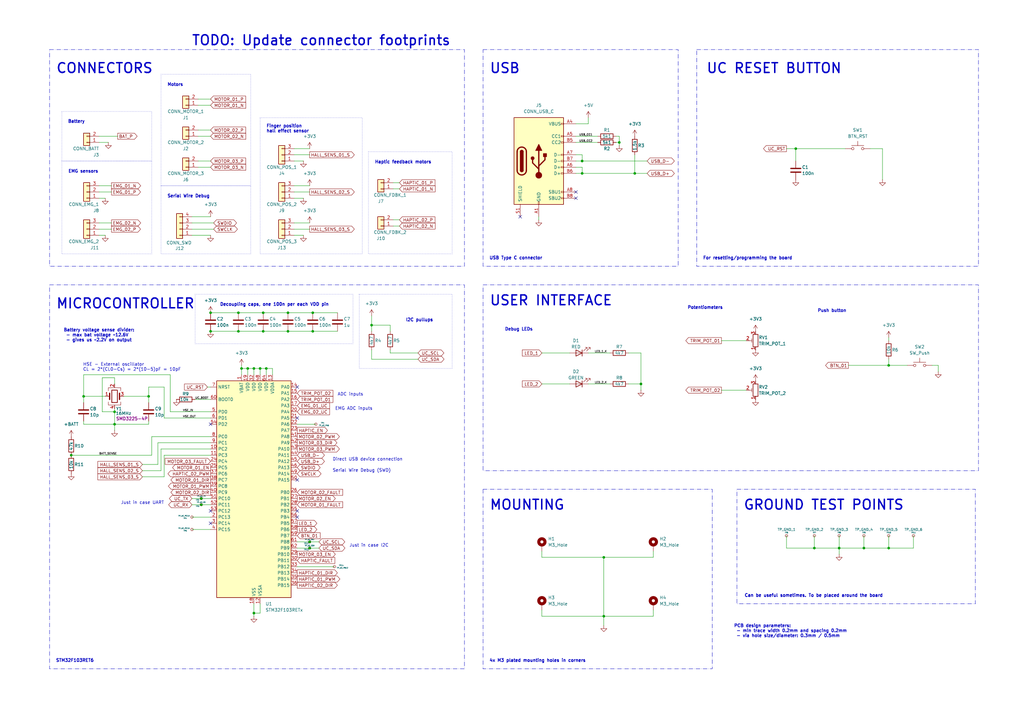
<source format=kicad_sch>
(kicad_sch (version 20231120) (generator "eeschema") (generator_version "8.0")
  (paper "A3")
  (title_block (title "OpenHand prosthetic hand controller project") (date "2024-01-31") (rev "v1.0") (comment 1 "Aleksa Heler"))
  (junction (at 82.55 207.01))
  (junction (at 97.79 135.89))
  (junction (at 86.36 128.27))
  (junction (at 260.35 71.12))
  (junction (at 86.36 135.89))
  (junction (at 344.17 224.79))
  (junction (at 104.14 251.46))
  (junction (at 128.27 128.27))
  (junction (at 152.4 133.35))
  (junction (at 254 58.42))
  (junction (at 364.49 224.79))
  (junction (at 46.99 168.91))
  (junction (at 326.39 60.96))
  (junction (at 128.27 135.89))
  (junction (at 34.29 162.56))
  (junction (at 107.95 128.27))
  (junction (at 118.11 135.89))
  (junction (at 60.96 162.56))
  (junction (at 354.33 224.79))
  (junction (at 118.11 128.27))
  (junction (at 262.89 157.48))
  (junction (at 238.76 66.04))
  (junction (at 99.06 151.13))
  (junction (at 104.14 151.13))
  (junction (at 101.6 151.13))
  (junction (at 247.65 228.6))
  (junction (at 82.55 204.47))
  (junction (at 364.49 149.86))
  (junction (at 107.95 135.89))
  (junction (at 29.21 186.69))
  (junction (at 46.99 173.99))
  (junction (at 127 224.79))
  (junction (at 334.01 224.79))
  (junction (at 109.22 151.13))
  (junction (at 247.65 252.73))
  (junction (at 97.79 128.27))
  (junction (at 106.68 151.13))
  (junction (at 238.76 71.12))
  (junction (at 127 222.25))
  (no_connect (at 236.22 81.28))
  (no_connect (at 86.36 209.55))
  (no_connect (at 213.36 88.9))
  (no_connect (at 121.92 171.45))
  (no_connect (at 86.36 173.99))
  (no_connect (at 86.36 214.63))
  (no_connect (at 121.92 196.85))
  (no_connect (at 121.92 158.75))
  (no_connect (at 121.92 212.09))
  (no_connect (at 121.92 209.55))
  (no_connect (at 236.22 78.74))
  (wire (pts (xy 67.31 171.45) (xy 67.31 158.75)))
  (wire (pts (xy 64.77 181.61) (xy 86.36 181.61)))
  (wire (pts (xy 97.79 128.27) (xy 107.95 128.27)))
  (wire (pts (xy 238.76 71.12) (xy 260.35 71.12)))
  (wire (pts (xy 120.65 93.98) (xy 127 93.98)))
  (wire (pts (xy 111.76 153.67) (xy 111.76 151.13)))
  (wire (pts (xy 160.02 143.51) (xy 160.02 144.78)))
  (wire (pts (xy 354.33 224.79) (xy 364.49 224.79)))
  (wire (pts (xy 86.36 128.27) (xy 97.79 128.27)))
  (wire (pts (xy 222.25 252.73) (xy 247.65 252.73)))
  (wire (pts (xy 80.01 163.83) (xy 86.36 163.83)))
  (wire (pts (xy 364.49 147.32) (xy 364.49 149.86)))
  (wire (pts (xy 40.64 55.88) (xy 48.26 55.88)))
  (wire (pts (xy 40.64 81.28) (xy 43.18 81.28)))
  (wire (pts (xy 241.3 157.48) (xy 250.19 157.48)))
  (wire (pts (xy 121.92 173.99) (xy 129.54 173.99)))
  (wire (pts (xy 364.49 219.71) (xy 364.49 224.79)))
  (wire (pts (xy 81.28 68.58) (xy 86.36 68.58)))
  (wire (pts (xy 107.95 135.89) (xy 118.11 135.89)))
  (wire (pts (xy 344.17 227.33) (xy 344.17 224.79)))
  (wire (pts (xy 260.35 63.5) (xy 260.35 71.12)))
  (wire (pts (xy 152.4 135.89) (xy 152.4 133.35)))
  (wire (pts (xy 106.68 151.13) (xy 106.68 153.67)))
  (wire (pts (xy 364.49 224.79) (xy 374.65 224.79)))
  (wire (pts (xy 361.95 73.66) (xy 361.95 60.96)))
  (wire (pts (xy 40.64 96.52) (xy 43.18 96.52)))
  (wire (pts (xy 78.74 96.52) (xy 86.36 96.52)))
  (wire (pts (xy 69.85 153.67) (xy 34.29 153.67)))
  (wire (pts (xy 267.97 228.6) (xy 247.65 228.6)))
  (wire (pts (xy 40.64 91.44) (xy 45.72 91.44)))
  (wire (pts (xy 81.28 53.34) (xy 86.36 53.34)))
  (wire (pts (xy 99.06 151.13) (xy 99.06 153.67)))
  (wire (pts (xy 344.17 219.71) (xy 344.17 224.79)))
  (wire (pts (xy 67.31 195.58) (xy 67.31 186.69)))
  (wire (pts (xy 41.91 168.91) (xy 46.99 168.91)))
  (wire (pts (xy 78.74 217.17) (xy 86.36 217.17)))
  (wire (pts (xy 267.97 226.06) (xy 267.97 228.6)))
  (wire (pts (xy 236.22 68.58) (xy 238.76 68.58)))
  (wire (pts (xy 128.27 135.89) (xy 138.43 135.89)))
  (wire (pts (xy 241.3 144.78) (xy 250.19 144.78)))
  (wire (pts (xy 60.96 173.99) (xy 46.99 173.99)))
  (wire (pts (xy 78.74 93.98) (xy 87.63 93.98)))
  (wire (pts (xy 152.4 129.54) (xy 152.4 133.35)))
  (wire (pts (xy 120.65 63.5) (xy 127 63.5)))
  (wire (pts (xy 252.73 55.88) (xy 254 55.88)))
  (wire (pts (xy 82.55 207.01) (xy 78.74 207.01)))
  (wire (pts (xy 326.39 66.04) (xy 326.39 60.96)))
  (wire (pts (xy 161.29 74.93) (xy 163.83 74.93)))
  (wire (pts (xy 46.99 167.64) (xy 46.99 168.91)))
  (wire (pts (xy 241.3 50.8) (xy 241.3 48.26)))
  (wire (pts (xy 46.99 173.99) (xy 34.29 173.99)))
  (wire (pts (xy 220.98 88.9) (xy 220.98 90.17)))
  (wire (pts (xy 104.14 151.13) (xy 106.68 151.13)))
  (wire (pts (xy 322.58 60.96) (xy 326.39 60.96)))
  (wire (pts (xy 120.65 96.52) (xy 124.46 96.52)))
  (wire (pts (xy 78.74 212.09) (xy 86.36 212.09)))
  (wire (pts (xy 99.06 149.86) (xy 99.06 151.13)))
  (wire (pts (xy 382.27 149.86) (xy 384.81 149.86)))
  (wire (pts (xy 82.55 204.47) (xy 78.74 204.47)))
  (wire (pts (xy 254 55.88) (xy 254 58.42)))
  (wire (pts (xy 34.29 173.99) (xy 34.29 172.72)))
  (wire (pts (xy 247.65 228.6) (xy 247.65 252.73)))
  (wire (pts (xy 58.42 195.58) (xy 67.31 195.58)))
  (wire (pts (xy 85.09 158.75) (xy 86.36 158.75)))
  (wire (pts (xy 222.25 250.19) (xy 222.25 252.73)))
  (wire (pts (xy 257.81 157.48) (xy 262.89 157.48)))
  (wire (pts (xy 247.65 256.54) (xy 247.65 252.73)))
  (wire (pts (xy 78.74 91.44) (xy 87.63 91.44)))
  (wire (pts (xy 121.92 232.41) (xy 137.16 232.41)))
  (wire (pts (xy 347.98 149.86) (xy 364.49 149.86)))
  (wire (pts (xy 344.17 224.79) (xy 354.33 224.79)))
  (wire (pts (xy 152.4 133.35) (xy 160.02 133.35)))
  (wire (pts (xy 81.28 66.04) (xy 86.36 66.04)))
  (wire (pts (xy 236.22 50.8) (xy 241.3 50.8)))
  (wire (pts (xy 322.58 219.71) (xy 322.58 224.79)))
  (wire (pts (xy 120.65 76.2) (xy 127 76.2)))
  (wire (pts (xy 361.95 60.96) (xy 356.87 60.96)))
  (wire (pts (xy 97.79 135.89) (xy 107.95 135.89)))
  (wire (pts (xy 62.23 186.69) (xy 29.21 186.69)))
  (wire (pts (xy 104.14 252.73) (xy 104.14 251.46)))
  (wire (pts (xy 86.36 135.89) (xy 97.79 135.89)))
  (wire (pts (xy 334.01 224.79) (xy 344.17 224.79)))
  (wire (pts (xy 60.96 158.75) (xy 60.96 162.56)))
  (wire (pts (xy 354.33 219.71) (xy 354.33 224.79)))
  (wire (pts (xy 152.4 147.32) (xy 171.45 147.32)))
  (wire (pts (xy 67.31 171.45) (xy 86.36 171.45)))
  (wire (pts (xy 46.99 154.94) (xy 41.91 154.94)))
  (wire (pts (xy 238.76 63.5) (xy 238.76 66.04)))
  (wire (pts (xy 69.85 168.91) (xy 86.36 168.91)))
  (wire (pts (xy 81.28 55.88) (xy 86.36 55.88)))
  (wire (pts (xy 160.02 133.35) (xy 160.02 135.89)))
  (wire (pts (xy 40.64 93.98) (xy 45.72 93.98)))
  (wire (pts (xy 374.65 224.79) (xy 374.65 219.71)))
  (wire (pts (xy 101.6 151.13) (xy 101.6 153.67)))
  (wire (pts (xy 67.31 186.69) (xy 86.36 186.69)))
  (wire (pts (xy 267.97 252.73) (xy 267.97 250.19)))
  (wire (pts (xy 295.91 160.02) (xy 306.07 160.02)))
  (wire (pts (xy 260.35 71.12) (xy 265.43 71.12)))
  (wire (pts (xy 34.29 165.1) (xy 34.29 162.56)))
  (wire (pts (xy 66.04 193.04) (xy 66.04 184.15)))
  (wire (pts (xy 238.76 66.04) (xy 265.43 66.04)))
  (wire (pts (xy 222.25 228.6) (xy 222.25 226.06)))
  (wire (pts (xy 236.22 63.5) (xy 238.76 63.5)))
  (wire (pts (xy 120.65 78.74) (xy 127 78.74)))
  (wire (pts (xy 161.29 90.17) (xy 163.83 90.17)))
  (wire (pts (xy 78.74 88.9) (xy 86.36 88.9)))
  (wire (pts (xy 120.65 60.96) (xy 127 60.96)))
  (wire (pts (xy 109.22 151.13) (xy 109.22 153.67)))
  (wire (pts (xy 58.42 193.04) (xy 66.04 193.04)))
  (wire (pts (xy 82.55 207.01) (xy 86.36 207.01)))
  (wire (pts (xy 34.29 162.56) (xy 43.18 162.56)))
  (wire (pts (xy 50.8 162.56) (xy 60.96 162.56)))
  (wire (pts (xy 238.76 71.12) (xy 236.22 71.12)))
  (wire (pts (xy 86.36 184.15) (xy 66.04 184.15)))
  (wire (pts (xy 106.68 247.65) (xy 106.68 251.46)))
  (wire (pts (xy 130.81 224.79) (xy 127 224.79)))
  (wire (pts (xy 109.22 151.13) (xy 111.76 151.13)))
  (wire (pts (xy 101.6 151.13) (xy 99.06 151.13)))
  (wire (pts (xy 46.99 173.99) (xy 46.99 176.53)))
  (wire (pts (xy 64.77 190.5) (xy 64.77 181.61)))
  (wire (pts (xy 245.11 55.88) (xy 236.22 55.88)))
  (wire (pts (xy 254 59.69) (xy 254 58.42)))
  (wire (pts (xy 46.99 168.91) (xy 46.99 173.99)))
  (wire (pts (xy 262.89 144.78) (xy 262.89 157.48)))
  (wire (pts (xy 322.58 224.79) (xy 334.01 224.79)))
  (wire (pts (xy 118.11 128.27) (xy 128.27 128.27)))
  (wire (pts (xy 384.81 149.86) (xy 384.81 152.4)))
  (wire (pts (xy 104.14 153.67) (xy 104.14 151.13)))
  (wire (pts (xy 104.14 251.46) (xy 106.68 251.46)))
  (wire (pts (xy 60.96 162.56) (xy 60.96 165.1)))
  (wire (pts (xy 67.31 158.75) (xy 60.96 158.75)))
  (wire (pts (xy 127 224.79) (xy 121.92 224.79)))
  (wire (pts (xy 81.28 43.18) (xy 86.36 43.18)))
  (wire (pts (xy 40.64 76.2) (xy 45.72 76.2)))
  (wire (pts (xy 120.65 66.04) (xy 124.46 66.04)))
  (wire (pts (xy 262.89 160.02) (xy 262.89 157.48)))
  (wire (pts (xy 40.64 78.74) (xy 45.72 78.74)))
  (wire (pts (xy 107.95 128.27) (xy 118.11 128.27)))
  (wire (pts (xy 252.73 58.42) (xy 254 58.42)))
  (wire (pts (xy 58.42 190.5) (xy 64.77 190.5)))
  (wire (pts (xy 222.25 157.48) (xy 233.68 157.48)))
  (wire (pts (xy 161.29 77.47) (xy 163.83 77.47)))
  (wire (pts (xy 86.36 179.07) (xy 62.23 179.07)))
  (wire (pts (xy 160.02 144.78) (xy 171.45 144.78)))
  (wire (pts (xy 238.76 66.04) (xy 236.22 66.04)))
  (wire (pts (xy 247.65 228.6) (xy 222.25 228.6)))
  (wire (pts (xy 222.25 144.78) (xy 233.68 144.78)))
  (wire (pts (xy 334.01 219.71) (xy 334.01 224.79)))
  (wire (pts (xy 34.29 153.67) (xy 34.29 162.56)))
  (wire (pts (xy 364.49 149.86) (xy 372.11 149.86)))
  (wire (pts (xy 152.4 147.32) (xy 152.4 143.51)))
  (wire (pts (xy 106.68 151.13) (xy 109.22 151.13)))
  (wire (pts (xy 82.55 204.47) (xy 86.36 204.47)))
  (wire (pts (xy 128.27 128.27) (xy 138.43 128.27)))
  (wire (pts (xy 104.14 247.65) (xy 104.14 251.46)))
  (wire (pts (xy 295.91 139.7) (xy 306.07 139.7)))
  (wire (pts (xy 238.76 68.58) (xy 238.76 71.12)))
  (wire (pts (xy 326.39 60.96) (xy 346.71 60.96)))
  (wire (pts (xy 130.81 222.25) (xy 127 222.25)))
  (wire (pts (xy 40.64 58.42) (xy 44.45 58.42)))
  (wire (pts (xy 120.65 91.44) (xy 127 91.44)))
  (wire (pts (xy 247.65 252.73) (xy 267.97 252.73)))
  (wire (pts (xy 101.6 151.13) (xy 104.14 151.13)))
  (wire (pts (xy 245.11 58.42) (xy 236.22 58.42)))
  (wire (pts (xy 120.65 81.28) (xy 124.46 81.28)))
  (wire (pts (xy 62.23 179.07) (xy 62.23 186.69)))
  (wire (pts (xy 364.49 138.43) (xy 364.49 139.7)))
  (wire (pts (xy 118.11 135.89) (xy 128.27 135.89)))
  (wire (pts (xy 127 222.25) (xy 121.92 222.25)))
  (wire (pts (xy 69.85 168.91) (xy 69.85 153.67)))
  (wire (pts (xy 41.91 154.94) (xy 41.91 168.91)))
  (wire (pts (xy 161.29 92.71) (xy 163.83 92.71)))
  (wire (pts (xy 60.96 172.72) (xy 60.96 173.99)))
  (wire (pts (xy 81.28 40.64) (xy 86.36 40.64)))
  (wire (pts (xy 257.81 144.78) (xy 262.89 144.78)))
  (wire (pts (xy 46.99 157.48) (xy 46.99 154.94)))
  (rectangle (start 20.32 20.32) (end 190.5 109.22) (stroke (width 0) (type dash_dot)))
  (rectangle (start 198.12 20.32) (end 278.13 109.22) (stroke (width 0) (type dash_dot)))
  (rectangle (start 198.12 116.84) (end 401.32 193.04) (stroke (width 0) (type dash_dot)))
  (rectangle (start 147.32 120.65) (end 185.42 151.13) (stroke (width 0) (type dot)))
  (rectangle (start 302.26 200.66) (end 400.05 247.65) (stroke (width 0) (type dash_dot)))
  (rectangle (start 80.01 120.65) (end 144.78 140.97) (stroke (width 0) (type dot)))
  (rectangle (start 198.12 200.66) (end 292.1 274.32) (stroke (width 0) (type dash_dot)))
  (rectangle (start 25.4 45.72) (end 62.23 66.04) (stroke (width 0) (type dot)))
  (rectangle (start 66.04 76.2) (end 102.87 104.14) (stroke (width 0) (type dot)))
  (rectangle (start 25.4 66.04) (end 62.23 104.14) (stroke (width 0) (type dot)))
  (rectangle (start 285.75 20.32) (end 401.32 109.22) (stroke (width 0) (type dash_dot)))
  (rectangle (start 151.13 62.23) (end 185.42 104.14) (stroke (width 0) (type dot)))
  (rectangle (start 20.32 116.84) (end 190.5 274.32) (stroke (width 0) (type dash_dot)))
  (rectangle (start 106.68 48.26) (end 148.59 104.14) (stroke (width 0) (type dot)))
  (rectangle (start 66.04 30.48) (end 102.87 76.2) (stroke (width 0) (type dot)))
  (text "I2C pullups" (at 166.37 132.08 0) (effects (font (size 1.27 1.27) (thickness 0.254) (bold yes)) (justify left bottom)))
  (text "Debug LEDs" (at 207.01 135.89 0) (effects (font (size 1.27 1.27) (bold yes)) (justify left bottom)))
  (text "UC RESET BUTTON" (at 289.56 30.48 0) (effects (font (size 4 4) (thickness 0.6) (bold yes)) (justify left bottom)))
  (text "Potentiometers" (at 281.94 127 0) (effects (font (size 1.27 1.27) (bold yes)) (justify left bottom)))
  (text "Serial Wire Debug (SWD)" (at 136.398 193.802 0) (effects (font (size 1.27 1.27)) (justify left bottom)))
  (text "MICROCONTROLLER" (at 22.86 127 0) (effects (font (size 4 4) (thickness 0.6) (bold yes)) (justify left bottom)))
  (text "Battery" (at 27.8128 50.6759 0) (effects (font (size 1.27 1.27) (bold yes)) (justify left bottom)))
  (text "EMG ADC inputs" (at 137.414 168.402 0) (effects (font (size 1.27 1.27)) (justify left bottom)))
  (text "TODO: Update connector footprints" (at 78.486 19.05 0) (effects (font (size 4 4) (thickness 0.6) (bold yes)) (justify left bottom)))
  (text "Just in case I2C" (at 143.256 224.536 0) (effects (font (size 1.27 1.27)) (justify left bottom)))
  (text "Haptic feedback motors" (at 153.67 67.31 0) (effects (font (size 1.27 1.27) (bold yes)) (justify left bottom)))
  (text "USB" (at 200.66 30.48 0) (effects (font (size 4 4) (thickness 0.6) (bold yes)) (justify left bottom)))
  (text "Push button" (at 335.28 128.27 0) (effects (font (size 1.27 1.27) (bold yes)) (justify left bottom)))
  (text "4x M3 plated mounting holes in corners" (at 200.66 271.78 0) (effects (font (size 1.27 1.27) (bold yes)) (justify left bottom)))
  (text "Battery voltage sense divider: \n - max bat voltage ~12.6V\n - gives us ~2.2V on output" (at 26.035 140.335 0) (effects (font (size 1.27 1.27) (thickness 0.254) (bold yes)) (justify left bottom)))
  (text "ADC inputs" (at 138.43 162.56 0) (effects (font (size 1.27 1.27)) (justify left bottom)))
  (text "Motors" (at 68.58 35.56 0) (effects (font (size 1.27 1.27) (bold yes)) (justify left bottom)))
  (text "MOUNTING" (at 200.66 209.55 0) (effects (font (size 4 4) (thickness 0.6) (bold yes)) (justify left bottom)))
  (text "CONNECTORS" (at 22.86 30.48 0) (effects (font (size 4 4) (thickness 0.6) (bold yes)) (justify left bottom)))
  (text "PCB design parameters:\n - min trace width 0.2mm and spacing 0.2mm\n - via hole size/diameter: 0.3mm / 0.5mm" (at 300.99 261.62 0) (effects (font (size 1.27 1.27) (bold yes)) (justify left bottom)))
  (text "For resetting/programming the board" (at 288.29 106.68 0) (effects (font (size 1.27 1.27) (bold yes)) (justify left bottom)))
  (text "HSE - External oscillator\nCL = 2*(CL0-Cs) = 2*(10-5)pF = 10pF" (at 34.036 148.844 0) (effects (font (size 1.27 1.27)) (justify left top)))
  (text "Can be useful sometimes. To be placed around the board" (at 305.308 245.11 0) (effects (font (size 1.27 1.27) (bold yes)) (justify left bottom)))
  (text "USB Type C connector" (at 200.66 106.68 0) (effects (font (size 1.27 1.27) (bold yes)) (justify left bottom)))
  (text "Decoupling caps, one 100n per each VDD pin" (at 90.17 125.73 0) (effects (font (size 1.27 1.27) (thickness 0.254) (bold yes)) (justify left bottom)))
  (text "USER INTERFACE" (at 200.66 125.73 0) (effects (font (size 4 4) (thickness 0.6) (bold yes)) (justify left bottom)))
  (text "STM32F103RET6 " (at 22.86 271.78 0) (effects (font (size 1.27 1.27) (bold yes)) (justify left bottom)))
  (text "Finger position \nhall effect sensor" (at 109.22 54.61 0) (effects (font (size 1.27 1.27) (bold yes)) (justify left bottom)))
  (text "GROUND TEST POINTS" (at 304.8 209.55 0) (effects (font (size 4 4) (thickness 0.6) (bold yes)) (justify left bottom)))
  (text "Just in case UART" (at 67.31 207.01 0) (effects (font (size 1.27 1.27)) (justify right bottom)))
  (text "EMG sensors" (at 27.94 71.12 0) (effects (font (size 1.27 1.27) (bold yes)) (justify left bottom)))
  (text "Direct USB device connection" (at 136.398 189.23 0) (effects (font (size 1.27 1.27)) (justify left bottom)))
  (text "Serial Wire Debug" (at 68.58 81.28 0) (effects (font (size 1.27 1.27) (bold yes)) (justify left bottom)))
  (label "LED_1_K" (at 243.84 144.78 0) (effects (font (size 0.8 0.8))))
  (label "BATT_SENSE" (at 40.64 186.69 0) (effects (font (size 0.8 0.8))))
  (label "HSE_OUT" (at 74.93 171.45 0) (effects (font (size 0.8 0.8))))
  (label "USB_CC1" (at 237.49 55.88 0) (effects (font (size 0.8 0.8))))
  (label "USB_CC2" (at 237.49 58.42 0) (effects (font (size 0.8 0.8))))
  (label "LED_2_K" (at 243.84 157.48 0) (effects (font (size 0.8 0.8))))
  (label "HSE_IN" (at 74.93 168.91 0) (effects (font (size 0.8 0.8))))
  (label "UC_BOOT" (at 80.01 163.83 0) (effects (font (size 0.8 0.8))))
  (global_label "UC_SDA" (shape bidirectional) (at 171.45 147.32 0) (property "Intersheetrefs" "${INTERSHEET_REFS}" (effects (hide yes))))
  (global_label "MOTOR_02_FAULT" (shape input) (at 121.92 201.93 0) (property "Intersheetrefs" "${INTERSHEET_REFS}" (effects (hide yes))))
  (global_label "UC_SCL" (shape bidirectional) (at 171.45 144.78 0) (property "Intersheetrefs" "${INTERSHEET_REFS}" (effects (hide yes))))
  (global_label "MOTOR_03_P" (shape input) (at 86.36 66.04 0) (property "Intersheetrefs" "${INTERSHEET_REFS}" (effects (hide yes))))
  (global_label "MOTOR_03_EN" (shape output) (at 121.92 227.33 0) (property "Intersheetrefs" "${INTERSHEET_REFS}" (effects (hide yes))))
  (global_label "BTN_01" (shape input) (at 121.92 219.71 0) (property "Intersheetrefs" "${INTERSHEET_REFS}" (effects (hide yes))))
  (global_label "LED_2" (shape output) (at 121.92 217.17 0) (property "Intersheetrefs" "${INTERSHEET_REFS}" (effects (hide yes))))
  (global_label "MOTOR_02_PWM" (shape output) (at 121.92 179.07 0) (property "Intersheetrefs" "${INTERSHEET_REFS}" (effects (hide yes))))
  (global_label "TRIM_POT_01" (shape output) (at 295.91 139.7 180) (property "Intersheetrefs" "${INTERSHEET_REFS}" (effects (hide yes))))
  (global_label "USB_D+" (shape bidirectional) (at 265.43 71.12 0) (property "Intersheetrefs" "${INTERSHEET_REFS}" (effects (hide yes))))
  (global_label "HALL_SENS_01_S" (shape input) (at 58.42 190.5 180) (property "Intersheetrefs" "${INTERSHEET_REFS}" (effects (hide yes))))
  (global_label "MOTOR_01_P" (shape input) (at 86.36 40.64 0) (property "Intersheetrefs" "${INTERSHEET_REFS}" (effects (hide yes))))
  (global_label "SWCLK" (shape bidirectional) (at 87.63 93.98 0) (property "Intersheetrefs" "${INTERSHEET_REFS}" (effects (hide yes))))
  (global_label "EMG_01_UC" (shape input) (at 121.92 166.37 0) (property "Intersheetrefs" "${INTERSHEET_REFS}" (effects (hide yes))))
  (global_label "HAPTIC_02_P" (shape input) (at 163.83 90.17 0) (property "Intersheetrefs" "${INTERSHEET_REFS}" (effects (hide yes))))
  (global_label "UC_TX" (shape bidirectional) (at 78.74 204.47 180) (property "Intersheetrefs" "${INTERSHEET_REFS}" (effects (hide yes))))
  (global_label "MOTOR_02_EN" (shape output) (at 121.92 204.47 0) (property "Intersheetrefs" "${INTERSHEET_REFS}" (effects (hide yes))))
  (global_label "EMG_02_N" (shape output) (at 45.72 91.44 0) (property "Intersheetrefs" "${INTERSHEET_REFS}" (effects (hide yes))))
  (global_label "HAPTIC_EN" (shape output) (at 121.92 176.53 0) (property "Intersheetrefs" "${INTERSHEET_REFS}" (effects (hide yes))))
  (global_label "MOTOR_03_FAULT" (shape input) (at 86.36 189.23 180) (property "Intersheetrefs" "${INTERSHEET_REFS}" (effects (hide yes))))
  (global_label "HAPTIC_01_P" (shape input) (at 163.83 74.93 0) (property "Intersheetrefs" "${INTERSHEET_REFS}" (effects (hide yes))))
  (global_label "HAPTIC_01_PWM" (shape output) (at 121.92 237.49 0) (property "Intersheetrefs" "${INTERSHEET_REFS}" (effects (hide yes))))
  (global_label "HALL_SENS_02_S" (shape input) (at 58.42 193.04 180) (property "Intersheetrefs" "${INTERSHEET_REFS}" (effects (hide yes))))
  (global_label "BAT_P" (shape output) (at 48.26 55.88 0) (property "Intersheetrefs" "${INTERSHEET_REFS}" (effects (hide yes))))
  (global_label "MOTOR_01_FAULT" (shape input) (at 121.92 207.01 0) (property "Intersheetrefs" "${INTERSHEET_REFS}" (effects (hide yes))))
  (global_label "TRIM_POT_01" (shape input) (at 121.92 163.83 0) (property "Intersheetrefs" "${INTERSHEET_REFS}" (effects (hide yes))))
  (global_label "LED_2" (shape input) (at 222.25 157.48 180) (property "Intersheetrefs" "${INTERSHEET_REFS}" (effects (hide yes))))
  (global_label "HALL_SENS_02_S" (shape output) (at 127 78.74 0) (property "Intersheetrefs" "${INTERSHEET_REFS}" (effects (hide yes))))
  (global_label "MOTOR_01_N" (shape input) (at 86.36 43.18 0) (property "Intersheetrefs" "${INTERSHEET_REFS}" (effects (hide yes))))
  (global_label "MOTOR_02_P" (shape input) (at 86.36 53.34 0) (property "Intersheetrefs" "${INTERSHEET_REFS}" (effects (hide yes))))
  (global_label "HAPTIC_FAULT" (shape input) (at 121.92 229.87 0) (property "Intersheetrefs" "${INTERSHEET_REFS}" (effects (hide yes))))
  (global_label "TRIM_POT_02" (shape input) (at 121.92 161.29 0) (property "Intersheetrefs" "${INTERSHEET_REFS}" (effects (hide yes))))
  (global_label "USB_D+" (shape bidirectional) (at 121.92 189.23 0) (property "Intersheetrefs" "${INTERSHEET_REFS}" (effects (hide yes))))
  (global_label "EMG_02_P" (shape output) (at 45.72 93.98 0) (property "Intersheetrefs" "${INTERSHEET_REFS}" (effects (hide yes))))
  (global_label "HAPTIC_02_PWM" (shape output) (at 86.36 194.31 180) (property "Intersheetrefs" "${INTERSHEET_REFS}" (effects (hide yes))))
  (global_label "HALL_SENS_01_S" (shape output) (at 127 63.5 0) (property "Intersheetrefs" "${INTERSHEET_REFS}" (effects (hide yes))))
  (global_label "HALL_SENS_03_S" (shape input) (at 58.42 195.58 180) (property "Intersheetrefs" "${INTERSHEET_REFS}" (effects (hide yes))))
  (global_label "HAPTIC_02_DIR" (shape output) (at 121.92 240.03 0) (property "Intersheetrefs" "${INTERSHEET_REFS}" (effects (hide yes))))
  (global_label "UC_SCL" (shape bidirectional) (at 130.81 222.25 0) (property "Intersheetrefs" "${INTERSHEET_REFS}" (effects (hide yes))))
  (global_label "MOTOR_03_DIR" (shape output) (at 121.92 181.61 0) (property "Intersheetrefs" "${INTERSHEET_REFS}" (effects (hide yes))))
  (global_label "MOTOR_02_DIR" (shape output) (at 86.36 201.93 180) (property "Intersheetrefs" "${INTERSHEET_REFS}" (effects (hide yes))))
  (global_label "EMG_01_N" (shape output) (at 45.72 76.2 0) (property "Intersheetrefs" "${INTERSHEET_REFS}" (effects (hide yes))))
  (global_label "HAPTIC_02_N" (shape input) (at 163.83 92.71 0) (property "Intersheetrefs" "${INTERSHEET_REFS}" (effects (hide yes))))
  (global_label "MOTOR_03_PWM" (shape output) (at 121.92 184.15 0) (property "Intersheetrefs" "${INTERSHEET_REFS}" (effects (hide yes))))
  (global_label "UC_RX" (shape bidirectional) (at 78.74 207.01 180) (property "Intersheetrefs" "${INTERSHEET_REFS}" (effects (hide yes))))
  (global_label "MOTOR_01_PWM" (shape output) (at 86.36 199.39 180) (property "Intersheetrefs" "${INTERSHEET_REFS}" (effects (hide yes))))
  (global_label "SWCLK" (shape bidirectional) (at 121.92 194.31 0) (property "Intersheetrefs" "${INTERSHEET_REFS}" (effects (hide yes))))
  (global_label "USB_D-" (shape bidirectional) (at 265.43 66.04 0) (property "Intersheetrefs" "${INTERSHEET_REFS}" (effects (hide yes))))
  (global_label "LED_1" (shape output) (at 121.92 214.63 0) (property "Intersheetrefs" "${INTERSHEET_REFS}" (effects (hide yes))))
  (global_label "MOTOR_01_DIR" (shape output) (at 86.36 196.85 180) (property "Intersheetrefs" "${INTERSHEET_REFS}" (effects (hide yes))))
  (global_label "BTN_01" (shape output) (at 347.98 149.86 180) (property "Intersheetrefs" "${INTERSHEET_REFS}" (effects (hide yes))))
  (global_label "MOTOR_02_N" (shape input) (at 86.36 55.88 0) (property "Intersheetrefs" "${INTERSHEET_REFS}" (effects (hide yes))))
  (global_label "UC_RST" (shape input) (at 85.09 158.75 180) (property "Intersheetrefs" "${INTERSHEET_REFS}" (effects (hide yes))))
  (global_label "SWDIO" (shape bidirectional) (at 121.92 191.77 0) (property "Intersheetrefs" "${INTERSHEET_REFS}" (effects (hide yes))))
  (global_label "LED_1" (shape input) (at 222.25 144.78 180) (property "Intersheetrefs" "${INTERSHEET_REFS}" (effects (hide yes))))
  (global_label "USB_D-" (shape bidirectional) (at 121.92 186.69 0) (property "Intersheetrefs" "${INTERSHEET_REFS}" (effects (hide yes))))
  (global_label "HALL_SENS_03_S" (shape output) (at 127 93.98 0) (property "Intersheetrefs" "${INTERSHEET_REFS}" (effects (hide yes))))
  (global_label "SWDIO" (shape bidirectional) (at 87.63 91.44 0) (property "Intersheetrefs" "${INTERSHEET_REFS}" (effects (hide yes))))
  (global_label "TRIM_POT_02" (shape output) (at 295.91 160.02 180) (property "Intersheetrefs" "${INTERSHEET_REFS}" (effects (hide yes))))
  (global_label "EMG_02_UC" (shape input) (at 121.92 168.91 0) (property "Intersheetrefs" "${INTERSHEET_REFS}" (effects (hide yes))))
  (global_label "HAPTIC_01_DIR" (shape output) (at 121.92 234.95 0) (property "Intersheetrefs" "${INTERSHEET_REFS}" (effects (hide yes))))
  (global_label "MOTOR_03_N" (shape input) (at 86.36 68.58 0) (property "Intersheetrefs" "${INTERSHEET_REFS}" (effects (hide yes))))
  (global_label "UC_SDA" (shape bidirectional) (at 130.81 224.79 0) (property "Intersheetrefs" "${INTERSHEET_REFS}" (effects (hide yes))))
  (global_label "UC_RST" (shape output) (at 322.58 60.96 180) (property "Intersheetrefs" "${INTERSHEET_REFS}" (effects (hide yes))))
  (global_label "MOTOR_01_EN" (shape output) (at 86.36 191.77 180) (property "Intersheetrefs" "${INTERSHEET_REFS}" (effects (hide yes))))
  (global_label "HAPTIC_01_N" (shape input) (at 163.83 77.47 0) (property "Intersheetrefs" "${INTERSHEET_REFS}" (effects (hide yes))))
  (global_label "EMG_01_P" (shape output) (at 45.72 78.74 0) (property "Intersheetrefs" "${INTERSHEET_REFS}" (effects (hide yes))))
  (symbol (lib_id "Connector_Generic:Conn_01x03") (at 115.57 78.74 180) (unit 1)
    (property "Reference" "J9" (at 115.57 86.36 0))
    (property "Value" "CONN_POS_2" (at 115.57 83.82 0))
    (property "Footprint" "Connector_PinHeader_2.54mm:PinHeader_1x03_P2.54mm_Vertical" (effects (hide yes)))
  )
  (symbol (lib_id "Connector_Generic:Conn_01x02") (at 156.21 92.71 180) (unit 1)
    (property "Reference" "J10" (at 156.21 97.79 0))
    (property "Value" "CONN_FDBK_2" (at 160.02 95.25 0))
    (property "Footprint" "Connector_JST:JST_EH_S2B-EH_1x02_P2.50mm_Horizontal" (effects (hide yes)))
  )
  (symbol (lib_id "power:+3V3") (at 309.88 135.89 0) (unit 1)
    (property "Reference" "#PWR021" (effects (hide yes)))
    (property "Value" "+3V3" (at 309.88 130.81 0))
  )
  (symbol (lib_id "Device:C") (at 128.27 132.08 0) (unit 1)
    (property "Reference" "C6" (at 130.81 130.81 0) (effects (justify left)))
    (property "Value" "100n" (at 130.81 133.35 0) (effects (justify left)))
    (property "Footprint" "Capacitor_SMD:C_0805_2012Metric" (effects (hide yes)))
  )
  (symbol (lib_id "power:GND") (at 124.46 96.52 0) (unit 1)
    (property "Reference" "#PWR017" (effects (hide yes)))
    (property "Value" "GND" (effects (hide yes)))
    (property "Description" "Power symbol creates a global label with name \"GND\" , ground" (effects (hide yes)))
  )
  (symbol (lib_id "power:GND") (at 326.39 73.66 0) (unit 1)
    (property "Reference" "#PWR07" (effects (hide yes)))
    (property "Value" "GND" (effects (hide yes)))
    (property "Description" "Power symbol creates a global label with name \"GND\" , ground" (effects (hide yes)))
  )
  (symbol (lib_id "Device:C") (at 86.36 132.08 0) (unit 1)
    (property "Reference" "C2" (at 88.9 130.81 0) (effects (justify left)))
    (property "Value" "100n" (at 88.9 133.35 0) (effects (justify left)))
    (property "Footprint" "Capacitor_SMD:C_0805_2012Metric" (effects (hide yes)))
  )
  (symbol (lib_id "Device:R") (at 152.4 139.7 180) (unit 1)
    (property "Reference" "R4" (at 153.67 139.7 0) (effects (justify right)))
    (property "Value" "4k7" (at 152.4 139.7 90))
    (property "Footprint" "Resistor_SMD:R_0805_2012Metric" (effects (hide yes)))
  )
  (symbol (lib_id "power:GND") (at 309.88 163.83 0) (unit 1)
    (property "Reference" "#PWR029" (effects (hide yes)))
    (property "Value" "GND" (effects (hide yes)))
    (property "Description" "Power symbol creates a global label with name \"GND\" , ground" (effects (hide yes)))
  )
  (symbol (lib_id "Connector:TestPoint_Small") (at 78.74 217.17 0) (unit 1)
    (property "Reference" "TP5" (at 75.946 217.678 0) (effects (font (size 0.5 0.5))))
    (property "Value" "TP_UC_PC15" (at 75.438 216.662 0) (effects (font (size 0.5 0.5))))
    (property "Footprint" "TestPoint:TestPoint_Pad_D1.0mm" (effects (hide yes)))
  )
  (symbol (lib_id "power:GND") (at 262.89 160.02 0) (unit 1)
    (property "Reference" "#PWR027" (effects (hide yes)))
    (property "Value" "GND" (effects (hide yes)))
    (property "Description" "Power symbol creates a global label with name \"GND\" , ground" (effects (hide yes)))
  )
  (symbol (lib_id "Device:C") (at 138.43 132.08 0) (unit 1)
    (property "Reference" "C7" (at 140.97 130.81 0) (effects (justify left)))
    (property "Value" "1u" (at 140.97 133.35 0) (effects (justify left)))
    (property "Footprint" "Capacitor_SMD:C_0805_2012Metric" (effects (hide yes)))
  )
  (symbol (lib_id "Device:C") (at 107.95 132.08 0) (unit 1)
    (property "Reference" "C4" (at 110.49 130.81 0) (effects (justify left)))
    (property "Value" "100n" (at 110.49 133.35 0) (effects (justify left)))
    (property "Footprint" "Capacitor_SMD:C_0805_2012Metric" (effects (hide yes)))
  )
  (symbol (lib_id "Device:Crystal_GND24") (at 46.99 162.56 0) (unit 1)
    (property "Reference" "Y1" (at 48.768 167.64 0))
    (property "Value" "16MHz" (at 50.673 169.545 0))
    (property "Footprint" "Crystal:Crystal_SMD_3225-4Pin_3.2x2.5mm" (effects (hide yes)))
    (property "Description" "Four pin crystal, GND on pins 2 and 4" (effects (hide yes)))
    (property "Footprint Desc" "SMD3225-4P" (at 54.102 171.704 0))
  )
  (symbol (lib_id "power:GND") (at 384.81 152.4 0) (unit 1)
    (property "Reference" "#PWR025" (effects (hide yes)))
    (property "Value" "GND" (effects (hide yes)))
    (property "Description" "Power symbol creates a global label with name \"GND\" , ground" (effects (hide yes)))
  )
  (symbol (lib_id "Device:LED") (at 237.49 144.78 180) (unit 1)
    (property "Reference" "D1" (at 236.22 139.7 0))
    (property "Value" "RED" (at 236.22 142.24 0))
    (property "Footprint" "LED_SMD:LED_1210_3225Metric" (effects (hide yes)))
  )
  (symbol (lib_id "power:GND") (at 124.46 81.28 0) (unit 1)
    (property "Reference" "#PWR011" (effects (hide yes)))
    (property "Value" "GND" (effects (hide yes)))
    (property "Description" "Power symbol creates a global label with name \"GND\" , ground" (effects (hide yes)))
  )
  (symbol (lib_id "power:+3V3") (at 152.4 129.54 0) (unit 1)
    (property "Reference" "#PWR019" (effects (hide yes)))
    (property "Value" "+3V3" (at 152.4 124.46 0))
  )
  (symbol (lib_id "power:GND") (at 43.18 96.52 0) (unit 1)
    (property "Reference" "#PWR015" (effects (hide yes)))
    (property "Value" "GND" (effects (hide yes)))
    (property "Description" "Power symbol creates a global label with name \"GND\" , ground" (effects (hide yes)))
  )
  (symbol (lib_id "Connector_Generic:Conn_01x04") (at 73.66 93.98 180) (unit 1)
    (property "Reference" "J12" (at 73.66 101.854 0))
    (property "Value" "CONN_SWD" (at 73.406 99.568 0))
    (property "Footprint" "Connector_PinHeader_2.54mm:PinHeader_1x04_P2.54mm_Vertical" (effects (hide yes)))
    (property "Description" "Generic connector, single row, 01x04, script generated (kicad-library-utils/schlib/autogen/connector/)" (effects (hide yes)))
  )
  (symbol (lib_id "Device:R") (at 254 144.78 90) (unit 1)
    (property "Reference" "R7" (at 254 142.24 90))
    (property "Value" "4k7" (at 254 144.78 90))
    (property "Footprint" "Resistor_SMD:R_0805_2012Metric" (effects (hide yes)))
  )
  (symbol (lib_id "Mechanical:MountingHole_Pad") (at 267.97 247.65 0) (unit 1)
    (property "Reference" "H4" (at 270.51 245.11 0) (effects (justify left)))
    (property "Value" "M3_Hole" (at 270.51 247.65 0) (effects (justify left)))
    (property "Footprint" "MountingHole:MountingHole_3.2mm_M3_Pad_Via" (effects (hide yes)))
  )
  (symbol (lib_id "Device:R") (at 248.92 58.42 90) (unit 1)
    (property "Reference" "R2" (at 248.92 60.96 90))
    (property "Value" "5k1" (at 248.92 58.42 90))
    (property "Footprint" "Resistor_SMD:R_0805_2012Metric" (effects (hide yes)))
  )
  (symbol (lib_id "Connector:TestPoint_Small") (at 354.33 219.71 180) (unit 1)
    (property "Reference" "TP9" (at 354.33 218.44 0) (effects (font (size 0.5 0.5))))
    (property "Value" "TP_GND_4" (at 354.33 217.17 0) (effects (font (size 1 1))))
    (property "Footprint" "TestPoint:TestPoint_Pad_1.5x1.5mm" (effects (hide yes)))
  )
  (symbol (lib_id "power:+3V3") (at 127 76.2 0) (unit 1)
    (property "Reference" "#PWR09" (effects (hide yes)))
    (property "Value" "+3V3" (at 127 71.12 0))
  )
  (symbol (lib_id "Connector:TestPoint_Small") (at 334.01 219.71 180) (unit 1)
    (property "Reference" "TP7" (at 334.01 218.44 0) (effects (font (size 0.5 0.5))))
    (property "Value" "TP_GND_2" (at 334.01 217.17 0) (effects (font (size 1 1))))
    (property "Footprint" "TestPoint:TestPoint_Pad_1.5x1.5mm" (effects (hide yes)))
  )
  (symbol (lib_id "Connector:TestPoint_Small") (at 127 222.25 180) (unit 1)
    (property "Reference" "TP12" (at 125.603 222.885 0) (effects (font (size 0.5 0.5))))
    (property "Value" "TP_UC_SCL" (at 127 221.234 0) (effects (font (size 0.5 0.5))))
    (property "Footprint" "TestPoint:TestPoint_Pad_D2.0mm" (effects (hide yes)))
  )
  (symbol (lib_id "Connector:TestPoint_Small") (at 127 224.79 0) (unit 1)
    (property "Reference" "TP13" (at 125.603 225.425 0) (effects (font (size 0.5 0.5))))
    (property "Value" "TP_UC_SDA" (at 127 223.774 0) (effects (font (size 0.5 0.5))))
    (property "Footprint" "TestPoint:TestPoint_Pad_D2.0mm" (effects (hide yes)))
  )
  (symbol (lib_id "power:GND") (at 29.21 194.31 0) (unit 1)
    (property "Reference" "#PWR032" (effects (hide yes)))
    (property "Value" "GND" (effects (hide yes)))
    (property "Description" "Power symbol creates a global label with name \"GND\" , ground" (effects (hide yes)))
  )
  (symbol (lib_id "power:+3V3") (at 364.49 138.43 0) (unit 1)
    (property "Reference" "#PWR022" (effects (hide yes)))
    (property "Value" "+3V3" (at 364.49 133.35 0))
  )
  (symbol (lib_id "Device:R") (at 160.02 139.7 180) (unit 1)
    (property "Reference" "R5" (at 161.29 139.7 0) (effects (justify right)))
    (property "Value" "4k7" (at 160.02 139.7 90))
    (property "Footprint" "Resistor_SMD:R_0805_2012Metric" (effects (hide yes)))
  )
  (symbol (lib_id "power:+3V3") (at 127 91.44 0) (unit 1)
    (property "Reference" "#PWR014" (effects (hide yes)))
    (property "Value" "+3V3" (at 127 86.36 0))
  )
  (symbol (lib_id "Connector:TestPoint_Small") (at 82.55 207.01 0) (unit 1)
    (property "Reference" "TP3" (at 81.026 207.645 0) (effects (font (size 0.5 0.5))))
    (property "Value" "TP_UC_RX" (at 82.55 205.994 0) (effects (font (size 0.5 0.5))))
    (property "Footprint" "TestPoint:TestPoint_Pad_D2.0mm" (effects (hide yes)))
  )
  (symbol (lib_id "Device:C") (at 97.79 132.08 0) (unit 1)
    (property "Reference" "C3" (at 100.33 130.81 0) (effects (justify left)))
    (property "Value" "100n" (at 100.33 133.35 0) (effects (justify left)))
    (property "Footprint" "Capacitor_SMD:C_0805_2012Metric" (effects (hide yes)))
  )
  (symbol (lib_id "Connector:TestPoint_Small") (at 137.16 232.41 180) (unit 1)
    (property "Reference" "TP14" (at 139.954 231.902 0) (effects (font (size 0.5 0.5))))
    (property "Value" "TP_UC_PB12" (at 140.462 232.918 0) (effects (font (size 0.5 0.5))))
    (property "Footprint" "TestPoint:TestPoint_Pad_D1.0mm" (effects (hide yes)))
  )
  (symbol (lib_id "Connector_Generic:Conn_01x02") (at 76.2 43.18 180) (unit 1)
    (property "Reference" "J1" (at 76.2 48.26 0))
    (property "Value" "CONN_MOTOR_1" (at 76.2 45.72 0))
    (property "Footprint" "Connector_JST:JST_EH_S2B-EH_1x02_P2.50mm_Horizontal" (effects (hide yes)))
  )
  (symbol (lib_id "power:+3V3") (at 86.36 88.9 0) (unit 1)
    (property "Reference" "#PWR012" (effects (hide yes)))
    (property "Value" "+3V3" (at 86.36 83.82 0))
  )
  (symbol (lib_id "Switch:SW_Push") (at 377.19 149.86 0) (unit 1)
    (property "Reference" "SW2" (at 377.19 142.24 0))
    (property "Value" "SW_Push" (at 377.19 144.78 0))
    (property "Footprint" "Button_Switch_SMD:SW_Tactile_SPST_NO_Straight_CK_PTS636Sx25SMTRLFS" (effects (hide yes)))
  )
  (symbol (lib_id "Connector_Generic:Conn_01x02") (at 76.2 55.88 180) (unit 1)
    (property "Reference" "J2" (at 76.2 60.96 0))
    (property "Value" "CONN_MOTOR_2" (at 76.2 58.42 0))
    (property "Footprint" "Connector_JST:JST_EH_S2B-EH_1x02_P2.50mm_Horizontal" (effects (hide yes)))
  )
  (symbol (lib_id "Device:R") (at 364.49 143.51 0) (unit 1)
    (property "Reference" "R6" (at 365.76 143.51 0) (effects (justify left)))
    (property "Value" "10k" (at 364.49 143.51 90))
    (property "Footprint" "Resistor_SMD:R_0805_2012Metric" (effects (hide yes)))
  )
  (symbol (lib_id "Connector:TestPoint_Small") (at 129.54 173.99 180) (unit 1)
    (property "Reference" "TP1" (at 132.334 173.482 0) (effects (font (size 0.5 0.5))))
    (property "Value" "TP_UC_PA6" (at 132.842 174.498 0) (effects (font (size 0.5 0.5))))
    (property "Footprint" "TestPoint:TestPoint_Pad_D1.0mm" (effects (hide yes)))
  )
  (symbol (lib_id "power:GND") (at 254 59.69 0) (unit 1)
    (property "Reference" "#PWR04" (effects (hide yes)))
    (property "Value" "GND" (effects (hide yes)))
    (property "Description" "Power symbol creates a global label with name \"GND\" , ground" (effects (hide yes)))
  )
  (symbol (lib_id "Mechanical:MountingHole_Pad") (at 222.25 247.65 0) (unit 1)
    (property "Reference" "H3" (at 224.79 245.11 0) (effects (justify left)))
    (property "Value" "M3_Hole" (at 224.79 247.65 0) (effects (justify left)))
    (property "Footprint" "MountingHole:MountingHole_3.2mm_M3_Pad_Via" (effects (hide yes)))
  )
  (symbol (lib_id "power:GND") (at 247.65 256.54 0) (unit 1)
    (property "Reference" "#PWR035" (effects (hide yes)))
    (property "Value" "GND" (effects (hide yes)))
    (property "Description" "Power symbol creates a global label with name \"GND\" , ground" (effects (hide yes)))
  )
  (symbol (lib_id "power:GND") (at 43.18 81.28 0) (unit 1)
    (property "Reference" "#PWR010" (effects (hide yes)))
    (property "Value" "GND" (effects (hide yes)))
    (property "Description" "Power symbol creates a global label with name \"GND\" , ground" (effects (hide yes)))
  )
  (symbol (lib_id "power:GND") (at 86.36 135.89 0) (unit 1)
    (property "Reference" "#PWR020" (effects (hide yes)))
    (property "Value" "GND" (effects (hide yes)))
    (property "Description" "Power symbol creates a global label with name \"GND\" , ground" (effects (hide yes)))
  )
  (symbol (lib_id "Connector_Generic:Conn_01x03") (at 115.57 63.5 180) (unit 1)
    (property "Reference" "J4" (at 115.57 71.12 0))
    (property "Value" "CONN_POS_1" (at 115.57 68.58 0))
    (property "Footprint" "Connector_PinHeader_2.54mm:PinHeader_1x03_P2.54mm_Vertical" (effects (hide yes)))
  )
  (symbol (lib_id "power:GND") (at 309.88 143.51 0) (unit 1)
    (property "Reference" "#PWR023" (effects (hide yes)))
    (property "Value" "GND" (effects (hide yes)))
    (property "Description" "Power symbol creates a global label with name \"GND\" , ground" (effects (hide yes)))
  )
  (symbol (lib_id "power:GND") (at 86.36 96.52 0) (unit 1)
    (property "Reference" "#PWR016" (effects (hide yes)))
    (property "Value" "GND" (effects (hide yes)))
    (property "Description" "Power symbol creates a global label with name \"GND\" , ground" (effects (hide yes)))
  )
  (symbol (lib_id "Switch:SW_Push") (at 351.79 60.96 0) (unit 1)
    (property "Reference" "SW1" (at 351.79 53.34 0))
    (property "Value" "BTN_RST" (at 351.79 55.88 0))
    (property "Footprint" "Button_Switch_SMD:SW_Tactile_SPST_NO_Straight_CK_PTS636Sx25SMTRLFS" (effects (hide yes)))
  )
  (symbol (lib_id "Connector:TestPoint_Small") (at 322.58 219.71 180) (unit 1)
    (property "Reference" "TP6" (at 322.58 218.44 0) (effects (font (size 0.5 0.5))))
    (property "Value" "TP_GND_1" (at 322.58 217.17 0) (effects (font (size 1 1))))
    (property "Footprint" "TestPoint:TestPoint_Pad_1.5x1.5mm" (effects (hide yes)))
  )
  (symbol (lib_id "Device:C") (at 34.29 168.91 0) (unit 1)
    (property "Reference" "C8" (at 36.83 167.64 0) (effects (justify left)))
    (property "Value" "10p" (at 36.83 170.18 0) (effects (justify left)))
    (property "Footprint" "Capacitor_SMD:C_0805_2012Metric" (effects (hide yes)))
  )
  (symbol (lib_id "Mechanical:MountingHole_Pad") (at 267.97 223.52 0) (unit 1)
    (property "Reference" "H2" (at 270.51 220.98 0) (effects (justify left)))
    (property "Value" "M3_Hole" (at 270.51 223.52 0) (effects (justify left)))
    (property "Footprint" "MountingHole:MountingHole_3.2mm_M3_Pad_Via" (effects (hide yes)))
  )
  (symbol (lib_id "power:+3V3") (at 86.36 128.27 0) (unit 1)
    (property "Reference" "#PWR018" (effects (hide yes)))
    (property "Value" "+3V3" (at 86.36 123.19 0))
  )
  (symbol (lib_id "Device:C") (at 326.39 69.85 0) (unit 1)
    (property "Reference" "C1" (at 328.93 68.58 0) (effects (justify left)))
    (property "Value" "100n" (at 328.93 71.12 0) (effects (justify left)))
    (property "Footprint" "Capacitor_SMD:C_0805_2012Metric" (effects (hide yes)))
  )
  (symbol (lib_id "Connector:TestPoint_Small") (at 344.17 219.71 180) (unit 1)
    (property "Reference" "TP8" (at 344.17 218.44 0) (effects (font (size 0.5 0.5))))
    (property "Value" "TP_GND_3" (at 344.17 217.17 0) (effects (font (size 1 1))))
    (property "Footprint" "TestPoint:TestPoint_Pad_1.5x1.5mm" (effects (hide yes)))
  )
  (symbol (lib_id "Connector_Generic:Conn_01x02") (at 156.21 77.47 180) (unit 1)
    (property "Reference" "J7" (at 156.21 82.55 0))
    (property "Value" "CONN_FDBK_1" (at 160.02 80.01 0))
    (property "Footprint" "Connector_JST:JST_EH_S2B-EH_1x02_P2.50mm_Horizontal" (effects (hide yes)))
  )
  (symbol (lib_id "power:GND") (at 72.39 163.83 0) (unit 1)
    (property "Reference" "#PWR028" (effects (hide yes)))
    (property "Value" "GND" (effects (hide yes)))
    (property "Description" "Power symbol creates a global label with name \"GND\" , ground" (effects (hide yes)))
  )
  (symbol (lib_id "Connector:TestPoint_Small") (at 374.65 219.71 180) (unit 1)
    (property "Reference" "TP11" (at 374.65 218.44 0) (effects (font (size 0.5 0.5))))
    (property "Value" "TP_GND_6" (at 374.65 217.17 0) (effects (font (size 1 1))))
    (property "Footprint" "TestPoint:TestPoint_Pad_1.5x1.5mm" (effects (hide yes)))
  )
  (symbol (lib_id "power:GND") (at 104.14 252.73 0) (unit 1)
    (property "Reference" "#PWR034" (effects (hide yes)))
    (property "Value" "GND" (effects (hide yes)))
    (property "Description" "Power symbol creates a global label with name \"GND\" , ground" (effects (hide yes)))
  )
  (symbol (lib_id "Device:R_Potentiometer_Trim") (at 309.88 160.02 180) (unit 1)
    (property "Reference" "RV2" (at 311.15 158.75 0) (effects (justify right)))
    (property "Value" "TRIM_POT_2" (at 311.15 161.29 0) (effects (justify right)))
    (property "Footprint" "Potentiometer_SMD:Potentiometer_Vishay_TS53YJ_Vertical" (effects (hide yes)))
  )
  (symbol (lib_id "Device:R") (at 29.21 190.5 180) (unit 1)
    (property "Reference" "R11" (at 30.48 190.5 0) (effects (justify right)))
    (property "Value" "10k" (at 29.21 192.405 90) (effects (justify right)))
    (property "Footprint" "Resistor_SMD:R_0805_2012Metric" (effects (hide yes)))
  )
  (symbol (lib_id "power:+3V3") (at 127 60.96 0) (unit 1)
    (property "Reference" "#PWR05" (effects (hide yes)))
    (property "Value" "+3V3" (at 127 55.88 0))
  )
  (symbol (lib_id "Connector_Generic:Conn_01x03") (at 115.57 93.98 180) (unit 1)
    (property "Reference" "J13" (at 115.57 101.6 0))
    (property "Value" "CONN_POS_3" (at 115.57 99.06 0))
    (property "Footprint" "Connector_PinHeader_2.54mm:PinHeader_1x03_P2.54mm_Vertical" (effects (hide yes)))
  )
  (symbol (lib_id "power:+3V3") (at 260.35 55.88 0) (unit 1)
    (property "Reference" "#PWR02" (effects (hide yes)))
    (property "Value" "+3V3" (at 260.35 50.8 0))
  )
  (symbol (lib_id "Device:R") (at 248.92 55.88 90) (unit 1)
    (property "Reference" "R1" (at 248.92 53.34 90))
    (property "Value" "5k1" (at 248.92 55.88 90))
    (property "Footprint" "Resistor_SMD:R_0805_2012Metric" (effects (hide yes)))
  )
  (symbol (lib_id "MCU_ST_STM32F1:STM32F103RETx") (at 104.14 201.93 0) (unit 1)
    (property "Reference" "U1" (at 108.8741 247.65 0) (effects (justify left)))
    (property "Value" "STM32F103RETx" (at 108.8741 250.19 0) (effects (justify left)))
    (property "Footprint" "Package_QFP:LQFP-64_10x10mm_P0.5mm" (effects (hide yes)))
    (property "Datasheet" "https://www.st.com/resource/en/datasheet/stm32f103re.pdf" (effects (hide yes)))
  )
  (symbol (lib_id "Device:R") (at 29.21 182.88 180) (unit 1)
    (property "Reference" "R10" (at 30.48 182.88 0) (effects (justify right)))
    (property "Value" "47k" (at 29.21 184.785 90) (effects (justify right)))
    (property "Footprint" "Resistor_SMD:R_0805_2012Metric" (effects (hide yes)))
  )
  (symbol (lib_id "Device:C") (at 60.96 168.91 0) (unit 1)
    (property "Reference" "C9" (at 63.5 167.64 0) (effects (justify left)))
    (property "Value" "10p" (at 63.5 170.18 0) (effects (justify left)))
    (property "Footprint" "Capacitor_SMD:C_0805_2012Metric" (effects (hide yes)))
  )
  (symbol (lib_id "power:GND") (at 44.45 58.42 0) (unit 1)
    (property "Reference" "#PWR03" (effects (hide yes)))
    (property "Value" "GND" (effects (hide yes)))
    (property "Description" "Power symbol creates a global label with name \"GND\" , ground" (effects (hide yes)))
  )
  (symbol (lib_id "Device:R") (at 260.35 59.69 180) (unit 1)
    (property "Reference" "R3" (at 261.62 59.69 0) (effects (justify right)))
    (property "Value" "1.5k" (at 260.35 59.69 90))
    (property "Footprint" "Resistor_SMD:R_0805_2012Metric" (effects (hide yes)))
  )
  (symbol (lib_id "Connector:USB_C_Receptacle_USB2.0_16P") (at 220.98 66.04 0) (unit 1)
    (property "Reference" "J5" (at 220.98 43.18 0))
    (property "Value" "CONN_USB_C" (at 220.98 45.72 0))
    (property "Footprint" "Connector_USB:USB_C_Receptacle_G-Switch_GT-USB-7010ASV" (effects (hide yes)))
    (property "Datasheet" "https://www.usb.org/sites/default/files/documents/usb_type-c.zip" (effects (hide yes)))
    (property "Description" "USB 2.0-only 16P Type-C Receptacle connector" (effects (hide yes)))
  )
  (symbol (lib_id "power:+3V3") (at 99.06 149.86 0) (unit 1)
    (property "Reference" "#PWR024" (effects (hide yes)))
    (property "Value" "+3V3" (at 99.06 144.78 0))
  )
  (symbol (lib_id "Device:LED") (at 237.49 157.48 180) (unit 1)
    (property "Reference" "D2" (at 236.22 152.4 0))
    (property "Value" "GREEN" (at 236.22 154.94 0))
    (property "Footprint" "LED_SMD:LED_1210_3225Metric" (effects (hide yes)))
  )
  (symbol (lib_id "Connector_Generic:Conn_01x02") (at 35.56 58.42 180) (unit 1)
    (property "Reference" "J3" (at 40.64 63.5 0) (effects (justify left)))
    (property "Value" "CONN_BATT" (at 40.64 60.96 0) (effects (justify left)))
    (property "Footprint" "Connector_JST:JST_EH_S2B-EH_1x02_P2.50mm_Horizontal" (effects (hide yes)))
  )
  (symbol (lib_id "power:GND") (at 220.98 90.17 0) (unit 1)
    (property "Reference" "#PWR013" (effects (hide yes)))
    (property "Value" "GND" (effects (hide yes)))
    (property "Description" "Power symbol creates a global label with name \"GND\" , ground" (effects (hide yes)))
  )
  (symbol (lib_id "power:GND") (at 124.46 66.04 0) (unit 1)
    (property "Reference" "#PWR06" (effects (hide yes)))
    (property "Value" "GND" (effects (hide yes)))
    (property "Description" "Power symbol creates a global label with name \"GND\" , ground" (effects (hide yes)))
  )
  (symbol (lib_id "Connector_Generic:Conn_01x03") (at 35.56 93.98 180) (unit 1)
    (property "Reference" "J11" (at 40.64 101.6 0) (effects (justify left)))
    (property "Value" "CONN_EMG_2" (at 40.64 99.06 0) (effects (justify left)))
    (property "Footprint" "Connector_PinHeader_2.54mm:PinHeader_1x03_P2.54mm_Vertical" (effects (hide yes)))
  )
  (symbol (lib_id "Connector:TestPoint_Small") (at 364.49 219.71 180) (unit 1)
    (property "Reference" "TP10" (at 364.49 218.44 0) (effects (font (size 0.5 0.5))))
    (property "Value" "TP_GND_5" (at 364.49 217.17 0) (effects (font (size 1 1))))
    (property "Footprint" "TestPoint:TestPoint_Pad_1.5x1.5mm" (effects (hide yes)))
  )
  (symbol (lib_id "power:+3V3") (at 309.88 156.21 0) (unit 1)
    (property "Reference" "#PWR026" (effects (hide yes)))
    (property "Value" "+3V3" (at 309.88 151.13 0))
  )
  (symbol (lib_id "Device:R") (at 254 157.48 90) (unit 1)
    (property "Reference" "R8" (at 254 154.94 90))
    (property "Value" "4k7" (at 254 157.48 90))
    (property "Footprint" "Resistor_SMD:R_0805_2012Metric" (effects (hide yes)))
  )
  (symbol (lib_id "power:GND") (at 46.99 176.53 0) (unit 1)
    (property "Reference" "#PWR030" (effects (hide yes)))
    (property "Value" "GND" (effects (hide yes)))
    (property "Description" "Power symbol creates a global label with name \"GND\" , ground" (effects (hide yes)))
  )
  (symbol (lib_id "power:GND") (at 344.17 227.33 0) (unit 1)
    (property "Reference" "#PWR033" (effects (hide yes)))
    (property "Value" "GND" (effects (hide yes)))
    (property "Description" "Power symbol creates a global label with name \"GND\" , ground" (effects (hide yes)))
  )
  (symbol (lib_id "power:+BATT") (at 29.21 179.07 0) (unit 1)
    (property "Reference" "#PWR031" (effects (hide yes)))
    (property "Value" "+BATT" (at 29.21 173.99 0))
  )
  (symbol (lib_id "Device:C") (at 118.11 132.08 0) (unit 1)
    (property "Reference" "C5" (at 120.65 130.81 0) (effects (justify left)))
    (property "Value" "100n" (at 120.65 133.35 0) (effects (justify left)))
    (property "Footprint" "Capacitor_SMD:C_0805_2012Metric" (effects (hide yes)))
  )
  (symbol (lib_id "Mechanical:MountingHole_Pad") (at 222.25 223.52 0) (unit 1)
    (property "Reference" "H1" (at 224.79 220.98 0) (effects (justify left)))
    (property "Value" "M3_Hole" (at 224.79 223.52 0) (effects (justify left)))
    (property "Footprint" "MountingHole:MountingHole_3.2mm_M3_Pad_Via" (effects (hide yes)))
  )
  (symbol (lib_id "Device:R_Potentiometer_Trim") (at 309.88 139.7 180) (unit 1)
    (property "Reference" "RV1" (at 311.15 138.43 0) (effects (justify right)))
    (property "Value" "TRIM_POT_1" (at 311.15 140.97 0) (effects (justify right)))
    (property "Footprint" "Potentiometer_SMD:Potentiometer_Vishay_TS53YJ_Vertical" (effects (hide yes)))
  )
  (symbol (lib_id "Connector:TestPoint_Small") (at 78.74 212.09 0) (unit 1)
    (property "Reference" "TP4" (at 75.946 212.598 0) (effects (font (size 0.5 0.5))))
    (property "Value" "TP_UC_PC13" (at 75.438 211.582 0) (effects (font (size 0.5 0.5))))
    (property "Footprint" "TestPoint:TestPoint_Pad_D1.0mm" (effects (hide yes)))
  )
  (symbol (lib_id "Connector:TestPoint_Small") (at 82.55 204.47 180) (unit 1)
    (property "Reference" "TP2" (at 81.026 205.105 0) (effects (font (size 0.5 0.5))))
    (property "Value" "TP_UC_TX" (at 82.55 203.454 0) (effects (font (size 0.5 0.5))))
    (property "Footprint" "TestPoint:TestPoint_Pad_D2.0mm" (effects (hide yes)))
  )
  (symbol (lib_id "Connector_Generic:Conn_01x03") (at 35.56 78.74 180) (unit 1)
    (property "Reference" "J8" (at 40.64 86.36 0) (effects (justify left)))
    (property "Value" "CONN_EMG_1" (at 40.64 83.82 0) (effects (justify left)))
    (property "Footprint" "Connector_PinHeader_2.54mm:PinHeader_1x03_P2.54mm_Vertical" (effects (hide yes)))
  )
  (symbol (lib_id "power:+5V") (at 241.3 48.26 0) (unit 1)
    (property "Reference" "#PWR01" (effects (hide yes)))
    (property "Value" "+5V" (at 241.3 43.18 0))
  )
  (symbol (lib_id "Device:R") (at 76.2 163.83 90) (unit 1)
    (property "Reference" "R9" (at 77.47 161.544 90) (effects (justify left)))
    (property "Value" "10k" (at 77.47 163.83 90) (effects (justify left)))
    (property "Footprint" "Resistor_SMD:R_0805_2012Metric" (effects (hide yes)))
  )
  (symbol (lib_id "Connector_Generic:Conn_01x02") (at 76.2 68.58 180) (unit 1)
    (property "Reference" "J6" (at 76.2 73.66 0))
    (property "Value" "CONN_MOTOR_3" (at 76.2 71.12 0))
    (property "Footprint" "Connector_JST:JST_EH_S2B-EH_1x02_P2.50mm_Horizontal" (effects (hide yes)))
  )
  (symbol (lib_id "power:GND") (at 361.95 73.66 0) (unit 1)
    (property "Reference" "#PWR08" (effects (hide yes)))
    (property "Value" "GND" (effects (hide yes)))
    (property "Description" "Power symbol creates a global label with name \"GND\" , ground" (effects (hide yes)))
  )
  (sheet (at 10.16 312.42) (size 121.92 78.74) (stroke (width 0.1524))
    (property "Sheetname" "PSU" (at 10.16 311.7084 0) (effects (justify left bottom)))
    (property "Sheetfile" "PSU.kicad_sch" (at 10.16 391.7446 0) (effects (justify left top)))
  )
  (sheet (at 287.02 312.42) (size 121.92 78.74) (stroke (width 0.1524))
    (property "Sheetname" "Motor Control" (at 287.02 311.7084 0) (effects (justify left bottom)))
    (property "Sheetfile" "MotorControl.kicad_sch" (at 287.02 391.7446 0) (effects (justify left top)))
  )
  (sheet (at 149.86 312.42) (size 121.92 78.74) (stroke (width 0.1524))
    (property "Sheetname" "Sensors" (at 149.86 311.7084 0) (effects (justify left bottom)))
    (property "Sheetfile" "Sensors.kicad_sch" (at 149.86 391.7446 0) (effects (justify left top)))
  )
)
</source>
